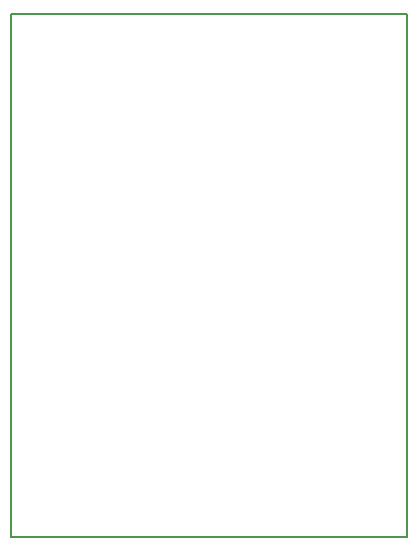
<source format=gm1>
G04 MADE WITH FRITZING*
G04 WWW.FRITZING.ORG*
G04 DOUBLE SIDED*
G04 HOLES PLATED*
G04 CONTOUR ON CENTER OF CONTOUR VECTOR*
%ASAXBY*%
%FSLAX23Y23*%
%MOIN*%
%OFA0B0*%
%SFA1.0B1.0*%
%ADD10R,1.327660X1.751260*%
%ADD11C,0.008000*%
%ADD10C,0.008*%
%LNCONTOUR*%
G90*
G70*
G54D10*
G54D11*
X4Y1747D02*
X1324Y1747D01*
X1324Y4D01*
X4Y4D01*
X4Y1747D01*
D02*
G04 End of contour*
M02*
</source>
